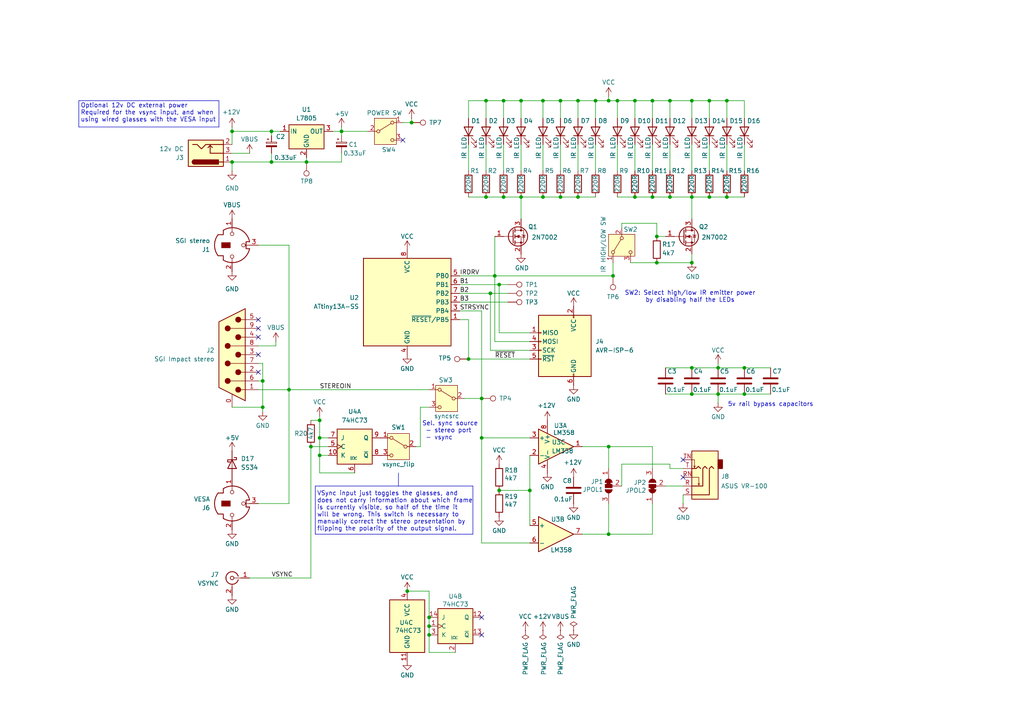
<source format=kicad_sch>
(kicad_sch (version 20231120) (generator "eeschema") (generator_version "8.0")
  (paper "A4")
  (title_block (title "LC shutter glasses interface") (date "2025-03-27") (rev "1") (comment 1 "License: GNU General Public License v3 (or later)") (comment 2 "Copyright © 2015 John Tsiombikas <nuclear@mutantstargoat.com>"))
  (junction (at 190.5 68.58))
  (junction (at 124.46 181.61))
  (junction (at 208.28 114.3))
  (junction (at 210.82 29.21))
  (junction (at 140.97 57.15))
  (junction (at 189.23 29.21))
  (junction (at 67.31 38.1))
  (junction (at 153.67 142.24))
  (junction (at 143.51 80.01))
  (junction (at 139.7 127))
  (junction (at 194.31 29.21))
  (junction (at 92.71 127))
  (junction (at 205.74 57.15))
  (junction (at 146.05 57.15))
  (junction (at 78.74 38.1))
  (junction (at 135.89 104.14))
  (junction (at 67.31 46.99))
  (junction (at 208.28 106.68))
  (junction (at 83.82 113.03))
  (junction (at 151.13 29.21))
  (junction (at 184.15 29.21))
  (junction (at 167.64 57.15))
  (junction (at 194.31 57.15))
  (junction (at 210.82 57.15))
  (junction (at 140.97 29.21))
  (junction (at 144.78 82.55))
  (junction (at 139.7 115.57))
  (junction (at 151.13 57.15))
  (junction (at 99.06 38.1))
  (junction (at 200.66 114.3))
  (junction (at 200.66 29.21))
  (junction (at 76.2 118.11))
  (junction (at 157.48 57.15))
  (junction (at 215.9 106.68))
  (junction (at 176.53 129.54))
  (junction (at 162.56 29.21))
  (junction (at 190.5 76.2))
  (junction (at 176.53 29.21))
  (junction (at 179.07 29.21))
  (junction (at 142.24 85.09))
  (junction (at 176.53 154.94))
  (junction (at 119.38 35.56))
  (junction (at 90.17 129.54))
  (junction (at 157.48 29.21))
  (junction (at 200.66 76.2))
  (junction (at 144.78 142.24))
  (junction (at 92.71 132.08))
  (junction (at 200.66 57.15))
  (junction (at 76.2 110.49))
  (junction (at 189.23 57.15))
  (junction (at 200.66 106.68))
  (junction (at 92.71 121.92))
  (junction (at 172.72 29.21))
  (junction (at 146.05 29.21))
  (junction (at 124.46 184.15))
  (junction (at 118.11 171.45))
  (junction (at 124.46 179.07))
  (junction (at 167.64 29.21))
  (junction (at 205.74 29.21))
  (junction (at 215.9 114.3))
  (junction (at 162.56 57.15))
  (junction (at 184.15 57.15))
  (junction (at 88.9 46.99))
  (junction (at 177.8 80.01))
  (junction (at 78.74 46.99))
  (no_connect (at 198.12 133.35))
  (no_connect (at 74.93 102.87))
  (no_connect (at 116.84 40.64))
  (no_connect (at 139.7 184.15))
  (no_connect (at 139.7 179.07))
  (no_connect (at 74.93 97.79))
  (no_connect (at 74.93 92.71))
  (no_connect (at 198.12 138.43))
  (no_connect (at 74.93 95.25))
  (no_connect (at 74.93 107.95))
  (wire (pts (xy 200.66 41.91) (xy 200.66 49.53)))
  (wire (pts (xy 168.91 129.54) (xy 176.53 129.54)))
  (wire (pts (xy 140.97 29.21) (xy 140.97 34.29)))
  (wire (pts (xy 200.66 106.68) (xy 208.28 106.68)))
  (wire (pts (xy 124.46 179.07) (xy 124.46 181.61)))
  (wire (pts (xy 210.82 29.21) (xy 215.9 29.21)))
  (wire (pts (xy 176.53 154.94) (xy 176.53 146.05)))
  (wire (pts (xy 67.31 46.99) (xy 67.31 49.53)))
  (wire (pts (xy 210.82 57.15) (xy 215.9 57.15)))
  (wire (pts (xy 153.67 99.06) (xy 143.51 99.06)))
  (wire (pts (xy 142.24 101.6) (xy 142.24 85.09)))
  (wire (pts (xy 121.92 118.11) (xy 124.46 118.11)))
  (wire (pts (xy 116.84 35.56) (xy 119.38 35.56)))
  (wire (pts (xy 198.12 143.51) (xy 198.12 146.05)))
  (wire (pts (xy 96.52 38.1) (xy 99.06 38.1)))
  (wire (pts (xy 180.34 64.77) (xy 190.5 64.77)))
  (wire (pts (xy 189.23 57.15) (xy 194.31 57.15)))
  (wire (pts (xy 139.7 90.17) (xy 139.7 115.57)))
  (wire (pts (xy 76.2 110.49) (xy 76.2 105.41)))
  (wire (pts (xy 194.31 134.62) (xy 194.31 135.89)))
  (wire (pts (xy 92.71 132.08) (xy 92.71 127)))
  (wire (pts (xy 143.51 80.01) (xy 177.8 80.01)))
  (wire (pts (xy 189.23 29.21) (xy 189.23 34.29)))
  (wire (pts (xy 99.06 38.1) (xy 99.06 39.37)))
  (wire (pts (xy 74.93 113.03) (xy 83.82 113.03)))
  (wire (pts (xy 124.46 171.45) (xy 124.46 179.07)))
  (wire (pts (xy 67.31 38.1) (xy 78.74 38.1)))
  (wire (pts (xy 162.56 57.15) (xy 167.64 57.15)))
  (wire (pts (xy 142.24 85.09) (xy 147.32 85.09)))
  (wire (pts (xy 99.06 38.1) (xy 99.06 36.83)))
  (wire (pts (xy 78.74 38.1) (xy 81.28 38.1)))
  (wire (pts (xy 208.28 105.41) (xy 208.28 106.68)))
  (wire (pts (xy 140.97 29.21) (xy 146.05 29.21)))
  (wire (pts (xy 67.31 38.1) (xy 67.31 41.91)))
  (wire (pts (xy 135.89 29.21) (xy 135.89 34.29)))
  (wire (pts (xy 135.89 57.15) (xy 140.97 57.15)))
  (wire (pts (xy 176.53 27.94) (xy 176.53 29.21)))
  (wire (pts (xy 90.17 121.92) (xy 92.71 121.92)))
  (wire (pts (xy 182.88 76.2) (xy 190.5 76.2)))
  (wire (pts (xy 74.93 100.33) (xy 80.01 100.33)))
  (wire (pts (xy 67.31 118.11) (xy 76.2 118.11)))
  (wire (pts (xy 95.25 132.08) (xy 92.71 132.08)))
  (wire (pts (xy 74.93 146.05) (xy 83.82 146.05)))
  (wire (pts (xy 189.23 29.21) (xy 194.31 29.21)))
  (wire (pts (xy 120.65 129.54) (xy 121.92 129.54)))
  (wire (pts (xy 176.53 154.94) (xy 189.23 154.94)))
  (wire (pts (xy 215.9 114.3) (xy 223.52 114.3)))
  (wire (pts (xy 139.7 127) (xy 153.67 127)))
  (polyline (pts (xy 91.44 140.97) (xy 92.71 140.97)))
  (wire (pts (xy 210.82 29.21) (xy 210.82 34.29)))
  (wire (pts (xy 83.82 71.12) (xy 83.82 113.03)))
  (wire (pts (xy 92.71 121.92) (xy 92.71 127)))
  (polyline (pts (xy 91.44 154.94) (xy 91.44 140.97)))
  (wire (pts (xy 67.31 46.99) (xy 78.74 46.99)))
  (wire (pts (xy 189.23 129.54) (xy 189.23 135.89)))
  (wire (pts (xy 134.62 115.57) (xy 139.7 115.57)))
  (wire (pts (xy 153.67 101.6) (xy 142.24 101.6)))
  (wire (pts (xy 162.56 29.21) (xy 162.56 34.29)))
  (wire (pts (xy 180.34 140.97) (xy 180.34 134.62)))
  (wire (pts (xy 143.51 80.01) (xy 143.51 99.06)))
  (wire (pts (xy 83.82 71.12) (xy 74.93 71.12)))
  (wire (pts (xy 135.89 29.21) (xy 140.97 29.21)))
  (wire (pts (xy 76.2 110.49) (xy 76.2 118.11)))
  (wire (pts (xy 119.38 34.29) (xy 119.38 35.56)))
  (wire (pts (xy 142.24 85.09) (xy 133.35 85.09)))
  (wire (pts (xy 139.7 115.57) (xy 139.7 127)))
  (wire (pts (xy 205.74 29.21) (xy 210.82 29.21)))
  (wire (pts (xy 193.04 140.97) (xy 198.12 140.97)))
  (wire (pts (xy 200.66 114.3) (xy 208.28 114.3)))
  (wire (pts (xy 179.07 57.15) (xy 184.15 57.15)))
  (wire (pts (xy 78.74 46.99) (xy 88.9 46.99)))
  (wire (pts (xy 200.66 57.15) (xy 194.31 57.15)))
  (wire (pts (xy 67.31 36.83) (xy 67.31 38.1)))
  (wire (pts (xy 205.74 57.15) (xy 210.82 57.15)))
  (wire (pts (xy 215.9 41.91) (xy 215.9 49.53)))
  (wire (pts (xy 74.93 110.49) (xy 76.2 110.49)))
  (wire (pts (xy 162.56 29.21) (xy 167.64 29.21)))
  (wire (pts (xy 151.13 57.15) (xy 151.13 63.5)))
  (wire (pts (xy 140.97 41.91) (xy 140.97 49.53)))
  (wire (pts (xy 210.82 41.91) (xy 210.82 49.53)))
  (wire (pts (xy 99.06 38.1) (xy 106.68 38.1)))
  (wire (pts (xy 205.74 41.91) (xy 205.74 49.53)))
  (wire (pts (xy 147.32 82.55) (xy 144.78 82.55)))
  (wire (pts (xy 124.46 189.23) (xy 132.08 189.23)))
  (wire (pts (xy 88.9 45.72) (xy 88.9 46.99)))
  (wire (pts (xy 140.97 57.15) (xy 146.05 57.15)))
  (wire (pts (xy 78.74 44.45) (xy 78.74 46.99)))
  (wire (pts (xy 144.78 82.55) (xy 133.35 82.55)))
  (wire (pts (xy 151.13 29.21) (xy 151.13 34.29)))
  (wire (pts (xy 124.46 171.45) (xy 118.11 171.45)))
  (wire (pts (xy 146.05 29.21) (xy 151.13 29.21)))
  (polyline (pts (xy 137.16 154.94) (xy 91.44 154.94)))
  (wire (pts (xy 102.87 137.16) (xy 92.71 137.16)))
  (wire (pts (xy 172.72 29.21) (xy 176.53 29.21)))
  (wire (pts (xy 205.74 29.21) (xy 205.74 34.29)))
  (wire (pts (xy 167.64 41.91) (xy 167.64 49.53)))
  (wire (pts (xy 194.31 135.89) (xy 198.12 135.89)))
  (wire (pts (xy 193.04 106.68) (xy 200.66 106.68)))
  (wire (pts (xy 176.53 129.54) (xy 189.23 129.54)))
  (wire (pts (xy 168.91 154.94) (xy 176.53 154.94)))
  (wire (pts (xy 200.66 57.15) (xy 200.66 63.5)))
  (wire (pts (xy 194.31 41.91) (xy 194.31 49.53)))
  (wire (pts (xy 92.71 127) (xy 95.25 127)))
  (wire (pts (xy 151.13 41.91) (xy 151.13 49.53)))
  (wire (pts (xy 157.48 57.15) (xy 162.56 57.15)))
  (wire (pts (xy 157.48 29.21) (xy 157.48 34.29)))
  (wire (pts (xy 184.15 41.91) (xy 184.15 49.53)))
  (wire (pts (xy 92.71 137.16) (xy 92.71 132.08)))
  (wire (pts (xy 180.34 134.62) (xy 194.31 134.62)))
  (wire (pts (xy 153.67 96.52) (xy 144.78 96.52)))
  (wire (pts (xy 162.56 41.91) (xy 162.56 49.53)))
  (wire (pts (xy 208.28 114.3) (xy 208.28 116.84)))
  (wire (pts (xy 189.23 57.15) (xy 184.15 57.15)))
  (wire (pts (xy 146.05 29.21) (xy 146.05 34.29)))
  (wire (pts (xy 190.5 68.58) (xy 193.04 68.58)))
  (wire (pts (xy 200.66 29.21) (xy 200.66 34.29)))
  (wire (pts (xy 76.2 118.11) (xy 76.2 119.38)))
  (wire (pts (xy 180.34 66.04) (xy 180.34 64.77)))
  (wire (pts (xy 90.17 129.54) (xy 95.25 129.54)))
  (wire (pts (xy 179.07 29.21) (xy 179.07 34.29)))
  (wire (pts (xy 92.71 120.65) (xy 92.71 121.92)))
  (wire (pts (xy 193.04 114.3) (xy 200.66 114.3)))
  (polyline (pts (xy 63.5 29.21) (xy 63.5 36.83)))
  (wire (pts (xy 83.82 113.03) (xy 124.46 113.03)))
  (wire (pts (xy 121.92 129.54) (xy 121.92 118.11)))
  (wire (pts (xy 133.35 80.01) (xy 143.51 80.01)))
  (wire (pts (xy 172.72 29.21) (xy 172.72 34.29)))
  (wire (pts (xy 80.01 99.06) (xy 80.01 100.33)))
  (wire (pts (xy 190.5 76.2) (xy 200.66 76.2)))
  (wire (pts (xy 157.48 41.91) (xy 157.48 49.53)))
  (wire (pts (xy 176.53 29.21) (xy 179.07 29.21)))
  (wire (pts (xy 215.9 106.68) (xy 223.52 106.68)))
  (wire (pts (xy 72.39 44.45) (xy 67.31 44.45)))
  (polyline (pts (xy 63.5 36.83) (xy 22.86 36.83)))
  (wire (pts (xy 146.05 41.91) (xy 146.05 49.53)))
  (wire (pts (xy 153.67 104.14) (xy 135.89 104.14)))
  (wire (pts (xy 200.66 57.15) (xy 205.74 57.15)))
  (wire (pts (xy 167.64 29.21) (xy 172.72 29.21)))
  (wire (pts (xy 135.89 92.71) (xy 133.35 92.71)))
  (polyline (pts (xy 92.71 140.97) (xy 137.16 140.97)))
  (wire (pts (xy 143.51 68.58) (xy 143.51 80.01)))
  (wire (pts (xy 189.23 154.94) (xy 189.23 146.05)))
  (wire (pts (xy 208.28 106.68) (xy 215.9 106.68)))
  (wire (pts (xy 208.28 114.3) (xy 215.9 114.3)))
  (wire (pts (xy 76.2 105.41) (xy 74.93 105.41)))
  (wire (pts (xy 144.78 96.52) (xy 144.78 82.55)))
  (wire (pts (xy 83.82 146.05) (xy 83.82 113.03)))
  (wire (pts (xy 153.67 142.24) (xy 153.67 152.4)))
  (wire (pts (xy 144.78 142.24) (xy 153.67 142.24)))
  (wire (pts (xy 124.46 181.61) (xy 124.46 184.15)))
  (polyline (pts (xy 22.86 29.21) (xy 22.86 36.83)))
  (wire (pts (xy 151.13 57.15) (xy 157.48 57.15)))
  (wire (pts (xy 176.53 129.54) (xy 176.53 135.89)))
  (wire (pts (xy 194.31 29.21) (xy 194.31 34.29)))
  (wire (pts (xy 172.72 41.91) (xy 172.72 49.53)))
  (wire (pts (xy 200.66 76.2) (xy 200.66 73.66)))
  (wire (pts (xy 179.07 41.91) (xy 179.07 49.53)))
  (wire (pts (xy 146.05 57.15) (xy 151.13 57.15)))
  (wire (pts (xy 184.15 29.21) (xy 184.15 34.29)))
  (wire (pts (xy 135.89 104.14) (xy 135.89 92.71)))
  (wire (pts (xy 200.66 29.21) (xy 205.74 29.21)))
  (polyline (pts (xy 22.86 29.21) (xy 63.5 29.21)))
  (wire (pts (xy 189.23 41.91) (xy 189.23 49.53)))
  (wire (pts (xy 124.46 184.15) (xy 124.46 189.23)))
  (wire (pts (xy 90.17 167.64) (xy 90.17 129.54)))
  (wire (pts (xy 78.74 38.1) (xy 78.74 39.37)))
  (wire (pts (xy 167.64 29.21) (xy 167.64 34.29)))
  (wire (pts (xy 135.89 41.91) (xy 135.89 49.53)))
  (wire (pts (xy 99.06 46.99) (xy 99.06 44.45)))
  (wire (pts (xy 139.7 127) (xy 139.7 157.48)))
  (wire (pts (xy 139.7 90.17) (xy 133.35 90.17)))
  (wire (pts (xy 184.15 29.21) (xy 189.23 29.21)))
  (wire (pts (xy 151.13 29.21) (xy 157.48 29.21)))
  (wire (pts (xy 88.9 46.99) (xy 99.06 46.99)))
  (wire (pts (xy 177.8 76.2) (xy 177.8 80.01)))
  (wire (pts (xy 153.67 142.24) (xy 153.67 132.08)))
  (wire (pts (xy 194.31 29.21) (xy 200.66 29.21)))
  (polyline (pts (xy 115.57 137.16) (xy 115.57 140.97)))
  (polyline (pts (xy 137.16 140.97) (xy 137.16 154.94)))
  (wire (pts (xy 139.7 157.48) (xy 153.67 157.48)))
  (wire (pts (xy 215.9 29.21) (xy 215.9 34.29)))
  (wire (pts (xy 190.5 64.77) (xy 190.5 68.58)))
  (wire (pts (xy 157.48 29.21) (xy 162.56 29.21)))
  (wire (pts (xy 133.35 87.63) (xy 147.32 87.63)))
  (wire (pts (xy 179.07 29.21) (xy 184.15 29.21)))
  (wire (pts (xy 72.39 167.64) (xy 90.17 167.64)))
  (wire (pts (xy 167.64 57.15) (xy 172.72 57.15)))
  (text "Optional 12v DC external power\nRequired for the vsync input, and when\nusing wired glasses with the VESA input" (at 23.368 32.766 0) (effects (font (size 1.27 1.27)) (justify left)))
  (text "Sel. sync source\n - stereo port\n - vsync" (at 122.428 124.968 0) (effects (font (size 1.27 1.27)) (justify left)))
  (text "VSync input just toggles the glasses, and\ndoes not carry information about which frame\nis currently visible, so half of the time it\nwill be wrong. This switch is necessary to\nmanually correct the stereo presentation by\nflipping the polarity of the output signal." (at 91.948 148.336 0) (effects (font (size 1.27 1.27)) (justify left)))
  (text "SW2: Select high/low IR emitter power\nby disabling half the LEDs" (at 200.152 86.106 0) (effects (font (size 1.27 1.27))))
  (text "5v rail bypass capacitors" (at 211.074 117.348 0) (effects (font (size 1.27 1.27)) (justify left)))
  (label "~{RESET}" (at 143.51 104.14 0))
  (label "STEREOIN" (at 92.71 113.03 0))
  (label "B3" (at 133.35 87.63 0))
  (label "B1" (at 133.35 82.55 0))
  (label "STRSYNC" (at 133.35 90.17 0))
  (label "VSYNC" (at 78.74 167.64 0))
  (label "IRDRV" (at 133.35 80.01 0))
  (label "B2" (at 133.35 85.09 0))
  (symbol (lib_id "Device:LED") (at 205.74 38.1 90) (unit 1)
    (property "Reference" "D14" (at 206.502 35.052 90) (effects (justify right)))
    (property "Value" "IR LED" (at 204.47 39.624 0) (effects (justify right)))
    (property "Footprint" "LED_THT:LED_D3.0mm_Horizontal_O1.27mm_Z2.0mm" (effects (hide yes)))
    (property "Description" "Light emitting diode" (effects (hide yes)))
  )
  (symbol (lib_id "Device:LED") (at 146.05 38.1 90) (unit 1)
    (property "Reference" "D3" (at 146.812 35.052 90) (effects (justify right)))
    (property "Value" "IR LED" (at 144.78 39.624 0) (effects (justify right)))
    (property "Footprint" "LED_THT:LED_D3.0mm_Horizontal_O1.27mm_Z2.0mm" (effects (hide yes)))
    (property "Description" "Light emitting diode" (effects (hide yes)))
  )
  (symbol (lib_id "Device:R") (at 151.13 53.34 0) (unit 1)
    (property "Reference" "R4" (at 151.638 49.53 0) (effects (justify left)))
    (property "Value" "220R" (at 151.13 55.88 90) (effects (justify left)))
    (property "Footprint" "Resistor_SMD:R_0805_2012Metric_Pad1.20x1.40mm_HandSolder" (effects (hide yes)))
    (property "Description" "Resistor" (effects (hide yes)))
  )
  (symbol (lib_id "Device:R") (at 135.89 53.34 0) (unit 1)
    (property "Reference" "R1" (at 136.398 49.53 0) (effects (justify left)))
    (property "Value" "220R" (at 135.89 55.88 90) (effects (justify left)))
    (property "Footprint" "Resistor_SMD:R_0805_2012Metric_Pad1.20x1.40mm_HandSolder" (effects (hide yes)))
    (property "Description" "Resistor" (effects (hide yes)))
  )
  (symbol (lib_id "power:GND") (at 67.31 49.53 0) (unit 1)
    (property "Reference" "#PWR07" (effects (hide yes)))
    (property "Value" "GND" (at 67.31 54.61 0))
    (property "Description" "Power symbol creates a global label with name \"GND\" , ground" (effects (hide yes)))
  )
  (symbol (lib_id "power:+12V") (at 67.31 36.83 0) (unit 1)
    (property "Reference" "#PWR05" (effects (hide yes)))
    (property "Value" "+12V" (at 67.056 32.512 0))
    (property "Description" "Power symbol creates a global label with name \"+12V\"" (effects (hide yes)))
  )
  (symbol (lib_id "power:VCC") (at 118.11 72.39 0) (unit 1)
    (property "Reference" "#PWR09" (effects (hide yes)))
    (property "Value" "VCC" (at 118.11 68.58 0))
    (property "Description" "Power symbol creates a global label with name \"VCC\"" (effects (hide yes)))
  )
  (symbol (lib_id "power:VCC") (at 92.71 120.65 0) (unit 1)
    (property "Reference" "#PWR018" (effects (hide yes)))
    (property "Value" "VCC" (at 92.71 116.586 0))
    (property "Description" "Power symbol creates a global label with name \"VCC\"" (effects (hide yes)))
  )
  (symbol (lib_id "power:GND") (at 158.75 137.16 0) (unit 1)
    (property "Reference" "#PWR020" (effects (hide yes)))
    (property "Value" "GND" (at 158.75 141.224 0))
    (property "Description" "Power symbol creates a global label with name \"GND\" , ground" (effects (hide yes)))
  )
  (symbol (lib_id "power:GND") (at 67.31 78.74 0) (unit 1)
    (property "Reference" "#PWR02" (effects (hide yes)))
    (property "Value" "GND" (at 67.31 83.82 0))
    (property "Description" "Power symbol creates a global label with name \"GND\" , ground" (effects (hide yes)))
  )
  (symbol (lib_id "Device:LED") (at 151.13 38.1 90) (unit 1)
    (property "Reference" "D4" (at 151.892 35.052 90) (effects (justify right)))
    (property "Value" "IR LED" (at 149.86 39.624 0) (effects (justify right)))
    (property "Footprint" "LED_THT:LED_D3.0mm_Horizontal_O1.27mm_Z2.0mm" (effects (hide yes)))
    (property "Description" "Light emitting diode" (effects (hide yes)))
  )
  (symbol (lib_id "power:GND") (at 76.2 119.38 0) (unit 1)
    (property "Reference" "#PWR03" (effects (hide yes)))
    (property "Value" "GND" (at 76.2 123.444 0))
    (property "Description" "Power symbol creates a global label with name \"GND\" , ground" (effects (hide yes)))
  )
  (symbol (lib_id "Device:C") (at 200.66 110.49 0) (unit 1)
    (property "Reference" "C4" (at 201.168 107.696 0) (effects (justify left)))
    (property "Value" "0.1uF" (at 200.914 113.03 0) (effects (justify left)))
    (property "Footprint" "Capacitor_SMD:C_0805_2012Metric_Pad1.18x1.45mm_HandSolder" (effects (hide yes)))
    (property "Description" "Unpolarized capacitor" (effects (hide yes)))
  )
  (symbol (lib_id "Device:R") (at 200.66 53.34 0) (unit 1)
    (property "Reference" "R13" (at 201.168 49.53 0) (effects (justify left)))
    (property "Value" "220R" (at 200.66 55.88 90) (effects (justify left)))
    (property "Footprint" "Resistor_SMD:R_0805_2012Metric_Pad1.20x1.40mm_HandSolder" (effects (hide yes)))
    (property "Description" "Resistor" (effects (hide yes)))
  )
  (symbol (lib_id "Switch:SW_SPDT") (at 129.54 115.57 0) (mirror y) (unit 1)
    (property "Reference" "SW3" (at 129.286 110.236 0))
    (property "Value" "syncsrc" (at 129.54 120.65 0))
    (property "Footprint" "Button_Switch_THT:SW_Slide_SPDT_Straight_CK_OS102011MS2Q" (effects (hide yes)))
    (property "Description" "Switch, single pole double throw" (effects (hide yes)))
  )
  (symbol (lib_id "power:VCC") (at 118.11 171.45 0) (unit 1)
    (property "Reference" "#PWR033" (effects (hide yes)))
    (property "Value" "VCC" (at 118.11 167.386 0))
    (property "Description" "Power symbol creates a global label with name \"VCC\"" (effects (hide yes)))
  )
  (symbol (lib_id "power:VBUS") (at 67.31 63.5 0) (unit 1)
    (property "Reference" "#PWR04" (effects (hide yes)))
    (property "Value" "VBUS" (at 67.31 59.436 0))
    (property "Description" "Power symbol creates a global label with name \"VBUS\"" (effects (hide yes)))
  )
  (symbol (lib_id "power:GND") (at 151.13 73.66 0) (unit 1)
    (property "Reference" "#PWR011" (effects (hide yes)))
    (property "Value" "GND" (at 151.384 77.724 0))
    (property "Description" "Power symbol creates a global label with name \"GND\" , ground" (effects (hide yes)))
  )
  (symbol (lib_id "power:GND") (at 166.37 182.88 0) (unit 1)
    (property "Reference" "#PWR031" (effects (hide yes)))
    (property "Value" "GND" (at 166.37 186.944 0))
    (property "Description" "Power symbol creates a global label with name \"GND\" , ground" (effects (hide yes)))
  )
  (symbol (lib_id "power:VCC") (at 152.4 182.88 0) (unit 1)
    (property "Reference" "#PWR036" (effects (hide yes)))
    (property "Value" "VCC" (at 152.4 178.816 0))
    (property "Description" "Power symbol creates a global label with name \"VCC\"" (effects (hide yes)))
  )
  (symbol (lib_id "Amplifier_Operational:LM358") (at 161.29 129.54 0) (unit 3)
    (property "Reference" "U3" (at 160.02 128.2699 0) (effects (justify left)))
    (property "Value" "LM358" (at 160.02 130.8099 0) (effects (justify left)))
    (property "Footprint" "Package_SO:SOIC-8_3.9x4.9mm_P1.27mm" (effects (hide yes)))
    (property "Datasheet" "http://www.ti.com/lit/ds/symlink/lm2904-n.pdf" (effects (hide yes)))
    (property "Description" "Low-Power, Dual Operational Amplifiers, DIP-8/SOIC-8/TO-99-8" (effects (hide yes)))
  )
  (symbol (lib_id "Device:LED") (at 135.89 38.1 90) (unit 1)
    (property "Reference" "D1" (at 136.652 35.052 90) (effects (justify right)))
    (property "Value" "IR LED" (at 134.62 39.624 0) (effects (justify right)))
    (property "Footprint" "LED_THT:LED_D3.0mm_Horizontal_O1.27mm_Z2.0mm" (effects (hide yes)))
    (property "Description" "Light emitting diode" (effects (hide yes)))
  )
  (symbol (lib_id "power:VCC") (at 208.28 105.41 0) (unit 1)
    (property "Reference" "#PWR026" (effects (hide yes)))
    (property "Value" "VCC" (at 208.28 101.6 0))
    (property "Description" "Power symbol creates a global label with name \"VCC\"" (effects (hide yes)))
  )
  (symbol (lib_id "Device:R") (at 210.82 53.34 0) (unit 1)
    (property "Reference" "R15" (at 211.328 49.53 0) (effects (justify left)))
    (property "Value" "220R" (at 210.82 55.88 90) (effects (justify left)))
    (property "Footprint" "Resistor_SMD:R_0805_2012Metric_Pad1.20x1.40mm_HandSolder" (effects (hide yes)))
    (property "Description" "Resistor" (effects (hide yes)))
  )
  (symbol (lib_id "power:PWR_FLAG") (at 157.48 182.88 180) (unit 1)
    (property "Reference" "#FLG01" (effects (hide yes)))
    (property "Value" "PWR_FLAG" (at 157.734 191.008 90))
    (property "Description" "Special symbol for telling ERC where power comes from" (effects (hide yes)))
  )
  (symbol (lib_id "power:+5V") (at 67.31 130.81 0) (unit 1)
    (property "Reference" "#PWR032" (effects (hide yes)))
    (property "Value" "+5V" (at 67.31 127 0))
    (property "Description" "Power symbol creates a global label with name \"+5V\"" (effects (hide yes)))
  )
  (symbol (lib_id "power:GND") (at 118.11 102.87 0) (unit 1)
    (property "Reference" "#PWR010" (effects (hide yes)))
    (property "Value" "GND" (at 118.11 106.934 0))
    (property "Description" "Power symbol creates a global label with name \"GND\" , ground" (effects (hide yes)))
  )
  (symbol (lib_id "Device:R") (at 194.31 53.34 0) (unit 1)
    (property "Reference" "R12" (at 194.818 49.53 0) (effects (justify left)))
    (property "Value" "220R" (at 194.31 55.88 90) (effects (justify left)))
    (property "Footprint" "Resistor_SMD:R_0805_2012Metric_Pad1.20x1.40mm_HandSolder" (effects (hide yes)))
    (property "Description" "Resistor" (effects (hide yes)))
  )
  (symbol (lib_id "Device:R") (at 167.64 53.34 0) (unit 1)
    (property "Reference" "R7" (at 168.148 49.53 0) (effects (justify left)))
    (property "Value" "220R" (at 167.64 55.88 90) (effects (justify left)))
    (property "Footprint" "Resistor_SMD:R_0805_2012Metric_Pad1.20x1.40mm_HandSolder" (effects (hide yes)))
    (property "Description" "Resistor" (effects (hide yes)))
  )
  (symbol (lib_id "power:PWR_FLAG") (at 152.4 182.88 180) (unit 1)
    (property "Reference" "#FLG05" (effects (hide yes)))
    (property "Value" "PWR_FLAG" (at 152.4 191.008 90))
    (property "Description" "Special symbol for telling ERC where power comes from" (effects (hide yes)))
  )
  (symbol (lib_id "Transistor_FET:2N7002") (at 148.59 68.58 0) (unit 1)
    (property "Reference" "Q1" (at 153.162 65.786 0) (effects (justify left)))
    (property "Value" "2N7002" (at 154.178 68.834 0) (effects (justify left)))
    (property "Footprint" "Package_TO_SOT_SMD:SOT-23" (effects (hide yes)))
    (property "Datasheet" "https://www.onsemi.com/pub/Collateral/NDS7002A-D.PDF" (effects (hide yes)))
    (property "Description" "0.115A Id, 60V Vds, N-Channel MOSFET, SOT-23" (effects (hide yes)))
  )
  (symbol (lib_id "Device:R") (at 205.74 53.34 0) (unit 1)
    (property "Reference" "R14" (at 206.248 49.53 0) (effects (justify left)))
    (property "Value" "220R" (at 205.74 55.88 90) (effects (justify left)))
    (property "Footprint" "Resistor_SMD:R_0805_2012Metric_Pad1.20x1.40mm_HandSolder" (effects (hide yes)))
    (property "Description" "Resistor" (effects (hide yes)))
  )
  (symbol (lib_id "Connector:Mini-DIN-3") (at 67.31 146.05 270) (mirror x) (unit 1)
    (property "Reference" "J6" (at 60.96 147.3024 90) (effects (justify right)))
    (property "Value" "VESA" (at 60.96 144.7624 90) (effects (justify right)))
    (property "Footprint" "3dglassbox:minidin3" (effects (hide yes)))
    (property "Datasheet" "http://www.assmann-wsw.com/fileadmin/catalogue/10_MiniDIN_rev4-0.pdf" (effects (hide yes)))
    (property "Description" "3-pin Mini-DIN connector" (effects (hide yes)))
  )
  (symbol (lib_id "Device:LED") (at 140.97 38.1 90) (unit 1)
    (property "Reference" "D2" (at 141.732 35.052 90) (effects (justify right)))
    (property "Value" "IR LED" (at 139.7 39.624 0) (effects (justify right)))
    (property "Footprint" "LED_THT:LED_D3.0mm_Horizontal_O1.27mm_Z2.0mm" (effects (hide yes)))
    (property "Description" "Light emitting diode" (effects (hide yes)))
  )
  (symbol (lib_id "Connector:Barrel_Jack_Switch") (at 59.69 44.45 0) (mirror x) (unit 1)
    (property "Reference" "J3" (at 53.34 45.7201 0) (effects (justify right)))
    (property "Value" "12v DC" (at 53.34 43.1801 0) (effects (justify right)))
    (property "Footprint" "Connector_BarrelJack:BarrelJack_Horizontal" (effects (hide yes)))
    (property "Description" "DC Barrel Jack with an internal switch" (effects (hide yes)))
  )
  (symbol (lib_id "Device:C_Polarized_Small") (at 78.74 41.91 0) (unit 1)
    (property "Reference" "C2" (at 80.01 39.624 0) (effects (justify left)))
    (property "Value" "0.33uF" (at 79.502 45.72 0) (effects (justify left)))
    (property "Footprint" "Capacitor_SMD:CP_Elec_4x5.4" (effects (hide yes)))
    (property "Description" "Polarized capacitor, small symbol" (effects (hide yes)))
  )
  (symbol (lib_id "MCU_Microchip_ATtiny:ATtiny13A-SS") (at 118.11 87.63 0) (unit 1)
    (property "Reference" "U2" (at 104.14 86.3599 0) (effects (justify right)))
    (property "Value" "ATtiny13A-SS" (at 104.14 88.8999 0) (effects (justify right)))
    (property "Footprint" "Package_SO:SOIC-8_3.9x4.9mm_P1.27mm" (effects (hide yes)))
    (property "Datasheet" "http://ww1.microchip.com/downloads/en/DeviceDoc/doc8126.pdf" (effects (hide yes)))
    (property "Description" "20MHz, 1kB Flash, 64B SRAM, 64B EEPROM, debugWIRE, SOIC-8" (effects (hide yes)))
  )
  (symbol (lib_id "power:VBUS") (at 80.01 99.06 0) (unit 1)
    (property "Reference" "#PWR06" (effects (hide yes)))
    (property "Value" "VBUS" (at 80.01 94.996 0))
    (property "Description" "Power symbol creates a global label with name \"VBUS\"" (effects (hide yes)))
  )
  (symbol (lib_id "Device:LED") (at 162.56 38.1 90) (unit 1)
    (property "Reference" "D6" (at 163.322 35.052 90) (effects (justify right)))
    (property "Value" "IR LED" (at 161.29 39.624 0) (effects (justify right)))
    (property "Footprint" "LED_THT:LED_D3.0mm_Horizontal_O1.27mm_Z2.0mm" (effects (hide yes)))
    (property "Description" "Light emitting diode" (effects (hide yes)))
  )
  (symbol (lib_id "Device:R") (at 140.97 53.34 0) (unit 1)
    (property "Reference" "R2" (at 141.478 49.53 0) (effects (justify left)))
    (property "Value" "220R" (at 140.97 55.88 90) (effects (justify left)))
    (property "Footprint" "Resistor_SMD:R_0805_2012Metric_Pad1.20x1.40mm_HandSolder" (effects (hide yes)))
    (property "Description" "Resistor" (effects (hide yes)))
  )
  (symbol (lib_id "power:VCC") (at 144.78 134.62 0) (unit 1)
    (property "Reference" "#PWR022" (effects (hide yes)))
    (property "Value" "VCC" (at 144.78 130.556 0))
    (property "Description" "Power symbol creates a global label with name \"VCC\"" (effects (hide yes)))
  )
  (symbol (lib_id "power:GND") (at 208.28 116.84 0) (unit 1)
    (property "Reference" "#PWR025" (effects (hide yes)))
    (property "Value" "GND" (at 208.28 120.904 0))
    (property "Description" "Power symbol creates a global label with name \"GND\" , ground" (effects (hide yes)))
  )
  (symbol (lib_id "Device:R") (at 179.07 53.34 0) (unit 1)
    (property "Reference" "R9" (at 179.578 49.53 0) (effects (justify left)))
    (property "Value" "220R" (at 179.07 55.88 90) (effects (justify left)))
    (property "Footprint" "Resistor_SMD:R_0805_2012Metric_Pad1.20x1.40mm_HandSolder" (effects (hide yes)))
    (property "Description" "Resistor" (effects (hide yes)))
  )
  (symbol (lib_id "power:+12V") (at 166.37 138.43 0) (unit 1)
    (property "Reference" "#PWR027" (effects (hide yes)))
    (property "Value" "+12V" (at 166.116 134.112 0))
    (property "Description" "Power symbol creates a global label with name \"+12V\"" (effects (hide yes)))
  )
  (symbol (lib_id "power:VBUS") (at 72.39 44.45 0) (unit 1)
    (property "Reference" "#PWR01" (effects (hide yes)))
    (property "Value" "VBUS" (at 72.39 40.386 0))
    (property "Description" "Power symbol creates a global label with name \"VBUS\"" (effects (hide yes)))
  )
  (symbol (lib_id "Device:R") (at 146.05 53.34 0) (unit 1)
    (property "Reference" "R3" (at 146.558 49.53 0) (effects (justify left)))
    (property "Value" "220R" (at 146.05 55.88 90) (effects (justify left)))
    (property "Footprint" "Resistor_SMD:R_0805_2012Metric_Pad1.20x1.40mm_HandSolder" (effects (hide yes)))
    (property "Description" "Resistor" (effects (hide yes)))
  )
  (symbol (lib_id "power:PWR_FLAG") (at 166.37 182.88 0) (unit 1)
    (property "Reference" "#FLG03" (effects (hide yes)))
    (property "Value" "PWR_FLAG" (at 166.37 174.752 90))
    (property "Description" "Special symbol for telling ERC where power comes from" (effects (hide yes)))
  )
  (symbol (lib_id "Connector:TestPoint") (at 147.32 85.09 270) (unit 1)
    (property "Reference" "TP2" (at 152.4 85.0899 90) (effects (justify left)))
    (property "Value" "TestPoint" (effects (hide yes)))
    (property "Footprint" "TestPoint:TestPoint_Pad_D2.5mm" (effects (hide yes)))
    (property "Description" "test point" (effects (hide yes)))
  )
  (symbol (lib_id "Device:LED") (at 215.9 38.1 90) (unit 1)
    (property "Reference" "D16" (at 216.662 35.052 90) (effects (justify right)))
    (property "Value" "IR LED" (at 214.63 39.624 0) (effects (justify right)))
    (property "Footprint" "LED_THT:LED_D3.0mm_Horizontal_O1.27mm_Z2.0mm" (effects (hide yes)))
    (property "Description" "Light emitting diode" (effects (hide yes)))
  )
  (symbol (lib_id "Transistor_FET:2N7002") (at 198.12 68.58 0) (unit 1)
    (property "Reference" "Q2" (at 202.692 65.786 0) (effects (justify left)))
    (property "Value" "2N7002" (at 203.454 68.834 0) (effects (justify left)))
    (property "Footprint" "Package_TO_SOT_SMD:SOT-23" (effects (hide yes)))
    (property "Datasheet" "https://www.onsemi.com/pub/Collateral/NDS7002A-D.PDF" (effects (hide yes)))
    (property "Description" "0.115A Id, 60V Vds, N-Channel MOSFET, SOT-23" (effects (hide yes)))
  )
  (symbol (lib_id "Switch:SW_SPDT") (at 111.76 38.1 0) (unit 1)
    (property "Reference" "SW4" (at 112.776 43.434 0))
    (property "Value" "POWER SW" (at 111.506 32.766 0))
    (property "Footprint" "Button_Switch_SMD:SW_SPDT_PCM12" (effects (hide yes)))
    (property "Description" "Switch, single pole double throw" (effects (hide yes)))
  )
  (symbol (lib_id "Connector:TestPoint") (at 147.32 82.55 270) (unit 1)
    (property "Reference" "TP1" (at 152.4 82.5499 90) (effects (justify left)))
    (property "Value" "TestPoint" (effects (hide yes)))
    (property "Footprint" "TestPoint:TestPoint_Pad_D2.5mm" (effects (hide yes)))
    (property "Description" "test point" (effects (hide yes)))
  )
  (symbol (lib_id "Device:LED") (at 194.31 38.1 90) (unit 1)
    (property "Reference" "D12" (at 195.072 35.052 90) (effects (justify right)))
    (property "Value" "IR LED" (at 193.04 39.624 0) (effects (justify right)))
    (property "Footprint" "LED_THT:LED_D3.0mm_Horizontal_O1.27mm_Z2.0mm" (effects (hide yes)))
    (property "Description" "Light emitting diode" (effects (hide yes)))
  )
  (symbol (lib_id "power:PWR_FLAG") (at 162.56 182.88 180) (unit 1)
    (property "Reference" "#FLG02" (effects (hide yes)))
    (property "Value" "PWR_FLAG" (at 162.56 191.008 90))
    (property "Description" "Special symbol for telling ERC where power comes from" (effects (hide yes)))
  )
  (symbol (lib_id "Jumper:SolderJumper_3_Bridged12") (at 189.23 140.97 90) (unit 1) (exclude_from_sim yes) (in_bom no)
    (property "Reference" "JP2" (at 187.452 139.954 90) (effects (justify left)))
    (property "Value" "JPOL2" (at 187.452 142.24 90) (effects (justify left)))
    (property "Footprint" "Jumper:SolderJumper-3_P1.3mm_Bridged12_RoundedPad1.0x1.5mm_NumberLabels" (effects (hide yes)))
    (property "Description" "3-pole Solder Jumper, pins 1+2 closed/bridged" (effects (hide yes)))
  )
  (symbol (lib_id "Device:R") (at 190.5 72.39 180) (unit 1)
    (property "Reference" "R17" (at 192.024 70.866 0) (effects (justify right)))
    (property "Value" "4k7" (at 192.024 73.406 0) (effects (justify right)))
    (property "Footprint" "Resistor_SMD:R_0805_2012Metric_Pad1.20x1.40mm_HandSolder" (effects (hide yes)))
    (property "Description" "Resistor" (effects (hide yes)))
  )
  (symbol (lib_id "Connector:DE9_Plug_MountingHoles") (at 67.31 102.87 0) (mirror y) (unit 1)
    (property "Reference" "J2" (at 62.23 101.5999 0) (effects (justify left)))
    (property "Value" "SGI Impact stereo" (at 62.23 104.1399 0) (effects (justify left)))
    (property "Footprint" "Connector_Dsub:DSUB-9_Male_Horizontal_P2.77x2.84mm_EdgePinOffset7.70mm_Housed_MountingHolesOffset9.12mm" (effects (hide yes)))
    (property "Datasheet" " ~" (effects (hide yes)))
    (property "Description" "9-pin male plug pin D-SUB connector, Mounting Hole" (effects (hide yes)))
  )
  (symbol (lib_id "Connector:Mini-DIN-3") (at 67.31 71.12 270) (mirror x) (unit 1)
    (property "Reference" "J1" (at 60.96 72.3724 90) (effects (justify right)))
    (property "Value" "SGI stereo" (at 60.96 69.8324 90) (effects (justify right)))
    (property "Footprint" "3dglassbox:minidin3" (effects (hide yes)))
    (property "Datasheet" "http://www.assmann-wsw.com/fileadmin/catalogue/10_MiniDIN_rev4-0.pdf" (effects (hide yes)))
    (property "Description" "3-pin Mini-DIN connector" (effects (hide yes)))
  )
  (symbol (lib_id "Connector_Audio:AudioJack3_SwitchTR") (at 203.2 140.97 180) (unit 1)
    (property "Reference" "J8" (at 210.312 138.176 0))
    (property "Value" "ASUS VR-100" (at 215.9 140.97 0))
    (property "Footprint" "Connector_Audio:Jack_3.5mm_CUI_SJ1-3525N_Horizontal" (effects (hide yes)))
    (property "Description" "Audio Jack, 3 Poles (Stereo / TRS), Switched TR Poles (Normalling)" (effects (hide yes)))
  )
  (symbol (lib_id "Connector:Conn_Coaxial") (at 67.31 167.64 0) (mirror y) (unit 1)
    (property "Reference" "J7" (at 63.5 166.6631 0) (effects (justify left)))
    (property "Value" "VSYNC" (at 63.5 169.2031 0) (effects (justify left)))
    (property "Footprint" "Connector_Coaxial:BNC_TEConnectivity_1478035_Horizontal" (effects (hide yes)))
    (property "Datasheet" " ~" (effects (hide yes)))
    (property "Description" "coaxial connector (BNC, SMA, SMB, SMC, Cinch/RCA, LEMO, ...)" (effects (hide yes)))
  )
  (symbol (lib_id "Device:R") (at 162.56 53.34 0) (unit 1)
    (property "Reference" "R6" (at 163.068 49.53 0) (effects (justify left)))
    (property "Value" "220R" (at 162.56 55.88 90) (effects (justify left)))
    (property "Footprint" "Resistor_SMD:R_0805_2012Metric_Pad1.20x1.40mm_HandSolder" (effects (hide yes)))
    (property "Description" "Resistor" (effects (hide yes)))
  )
  (symbol (lib_id "Device:D_Schottky") (at 67.31 134.62 270) (unit 1)
    (property "Reference" "D17" (at 69.85 133.0324 90) (effects (justify left)))
    (property "Value" "SS34" (at 69.85 135.5724 90) (effects (justify left)))
    (property "Footprint" "Diode_SMD:D_SMA_Handsoldering" (effects (hide yes)))
    (property "Description" "Schottky diode" (effects (hide yes)))
  )
  (symbol (lib_id "Device:C") (at 208.28 110.49 0) (unit 1)
    (property "Reference" "C5" (at 208.788 107.696 0) (effects (justify left)))
    (property "Value" "0.1uF" (at 208.534 113.03 0) (effects (justify left)))
    (property "Footprint" "Capacitor_SMD:C_0805_2012Metric_Pad1.18x1.45mm_HandSolder" (effects (hide yes)))
    (property "Description" "Unpolarized capacitor" (effects (hide yes)))
  )
  (symbol (lib_id "Device:LED") (at 189.23 38.1 90) (unit 1)
    (property "Reference" "D11" (at 189.992 35.052 90) (effects (justify right)))
    (property "Value" "IR LED" (at 187.96 39.624 0) (effects (justify right)))
    (property "Footprint" "LED_THT:LED_D3.0mm_Horizontal_O1.27mm_Z2.0mm" (effects (hide yes)))
    (property "Description" "Light emitting diode" (effects (hide yes)))
  )
  (symbol (lib_id "Device:LED") (at 172.72 38.1 90) (unit 1)
    (property "Reference" "D8" (at 173.482 35.052 90) (effects (justify right)))
    (property "Value" "IR LED" (at 171.45 39.624 0) (effects (justify right)))
    (property "Footprint" "LED_THT:LED_D3.0mm_Horizontal_O1.27mm_Z2.0mm" (effects (hide yes)))
    (property "Description" "Light emitting diode" (effects (hide yes)))
  )
  (symbol (lib_id "Device:C") (at 166.37 142.24 0) (mirror y) (unit 1)
    (property "Reference" "C8" (at 165.862 139.446 0) (effects (justify left)))
    (property "Value" "0.1uF" (at 166.116 144.78 0) (effects (justify left)))
    (property "Footprint" "Capacitor_SMD:C_0805_2012Metric_Pad1.18x1.45mm_HandSolder" (effects (hide yes)))
    (property "Description" "Unpolarized capacitor" (effects (hide yes)))
  )
  (symbol (lib_id "Connector:TestPoint") (at 177.8 80.01 180) (unit 1)
    (property "Reference" "TP6" (at 177.8 86.106 0))
    (property "Value" "TestPoint" (effects (hide yes)))
    (property "Footprint" "TestPoint:TestPoint_Pad_D2.5mm" (effects (hide yes)))
    (property "Description" "test point" (effects (hide yes)))
  )
  (symbol (lib_id "Device:R") (at 189.23 53.34 0) (unit 1)
    (property "Reference" "R11" (at 189.738 49.53 0) (effects (justify left)))
    (property "Value" "220R" (at 189.23 55.88 90) (effects (justify left)))
    (property "Footprint" "Resistor_SMD:R_0805_2012Metric_Pad1.20x1.40mm_HandSolder" (effects (hide yes)))
    (property "Description" "Resistor" (effects (hide yes)))
  )
  (symbol (lib_id "power:GND") (at 67.31 153.67 0) (unit 1)
    (property "Reference" "#PWR014" (effects (hide yes)))
    (property "Value" "GND" (at 67.31 157.734 0))
    (property "Description" "Power symbol creates a global label with name \"GND\" , ground" (effects (hide yes)))
  )
  (symbol (lib_id "power:GND") (at 118.11 191.77 0) (unit 1)
    (property "Reference" "#PWR034" (effects (hide yes)))
    (property "Value" "GND" (at 118.11 195.834 0))
    (property "Description" "Power symbol creates a global label with name \"GND\" , ground" (effects (hide yes)))
  )
  (symbol (lib_id "Connector:AVR-ISP-6") (at 163.83 101.6 0) (mirror y) (unit 1)
    (property "Reference" "J4" (at 172.72 99.0599 0) (effects (justify right)))
    (property "Value" "AVR-ISP-6" (at 172.72 101.5999 0) (effects (justify right)))
    (property "Footprint" "Connector_IDC:IDC-Header_2x03_P2.54mm_Vertical" (effects (hide yes)))
    (property "Datasheet" " ~" (effects (hide yes)))
    (property "Description" "Atmel 6-pin ISP connector" (effects (hide yes)))
  )
  (symbol (lib_id "Device:R") (at 172.72 53.34 0) (unit 1)
    (property "Reference" "R8" (at 173.228 49.53 0) (effects (justify left)))
    (property "Value" "220R" (at 172.72 55.88 90) (effects (justify left)))
    (property "Footprint" "Resistor_SMD:R_0805_2012Metric_Pad1.20x1.40mm_HandSolder" (effects (hide yes)))
    (property "Description" "Resistor" (effects (hide yes)))
  )
  (symbol (lib_id "power:VCC") (at 166.37 88.9 0) (unit 1)
    (property "Reference" "#PWR016" (effects (hide yes)))
    (property "Value" "VCC" (at 166.37 85.09 0))
    (property "Description" "Power symbol creates a global label with name \"VCC\"" (effects (hide yes)))
  )
  (symbol (lib_id "Regulator_Linear:L7805") (at 88.9 38.1 0) (unit 1)
    (property "Reference" "U1" (at 88.9 31.75 0))
    (property "Value" "L7805" (at 88.9 34.29 0))
    (property "Footprint" "Package_TO_SOT_SMD:TO-252-3_TabPin2" (effects (hide yes)))
    (property "Datasheet" "http://www.st.com/content/ccc/resource/technical/document/datasheet/41/4f/b3/b0/12/d4/47/88/CD00000444.pdf/files/CD00000444.pdf/jcr:content/translations/en.CD00000444.pdf" (effects (hide yes)))
    (property "Description" "Positive 1.5A 35V Linear Regulator, Fixed Output 5V, TO-220/TO-263/TO-252" (effects (hide yes)))
  )
  (symbol (lib_id "Amplifier_Operational:LM358") (at 161.29 129.54 0) (unit 1)
    (property "Reference" "U3" (at 162.56 123.444 0))
    (property "Value" "LM358" (at 163.576 125.476 0))
    (property "Footprint" "Package_SO:SOIC-8_3.9x4.9mm_P1.27mm" (effects (hide yes)))
    (property "Datasheet" "http://www.ti.com/lit/ds/symlink/lm2904-n.pdf" (effects (hide yes)))
    (property "Description" "Low-Power, Dual Operational Amplifiers, DIP-8/SOIC-8/TO-99-8" (effects (hide yes)))
  )
  (symbol (lib_id "Device:LED") (at 167.64 38.1 90) (unit 1)
    (property "Reference" "D7" (at 168.402 35.052 90) (effects (justify right)))
    (property "Value" "IR LED" (at 166.37 39.624 0) (effects (justify right)))
    (property "Footprint" "LED_THT:LED_D3.0mm_Horizontal_O1.27mm_Z2.0mm" (effects (hide yes)))
    (property "Description" "Light emitting diode" (effects (hide yes)))
  )
  (symbol (lib_id "Device:LED") (at 157.48 38.1 90) (unit 1)
    (property "Reference" "D5" (at 158.242 35.052 90) (effects (justify right)))
    (property "Value" "IR LED" (at 156.21 39.624 0) (effects (justify right)))
    (property "Footprint" "LED_THT:LED_D3.0mm_Horizontal_O1.27mm_Z2.0mm" (effects (hide yes)))
    (property "Description" "Light emitting diode" (effects (hide yes)))
  )
  (symbol (lib_id "power:GND") (at 198.12 146.05 0) (unit 1)
    (property "Reference" "#PWR024" (effects (hide yes)))
    (property "Value" "GND" (at 198.12 150.114 0))
    (property "Description" "Power symbol creates a global label with name \"GND\" , ground" (effects (hide yes)))
  )
  (symbol (lib_id "power:VCC") (at 176.53 27.94 0) (unit 1)
    (property "Reference" "#PWR015" (effects (hide yes)))
    (property "Value" "VCC" (at 176.53 23.876 0))
    (property "Description" "Power symbol creates a global label with name \"VCC\"" (effects (hide yes)))
  )
  (symbol (lib_id "Device:C") (at 223.52 110.49 0) (unit 1)
    (property "Reference" "C7" (at 224.028 107.696 0) (effects (justify left)))
    (property "Value" "0.1uF" (at 223.774 113.03 0) (effects (justify left)))
    (property "Footprint" "Capacitor_SMD:C_0805_2012Metric_Pad1.18x1.45mm_HandSolder" (effects (hide yes)))
    (property "Description" "Unpolarized capacitor" (effects (hide yes)))
  )
  (symbol (lib_id "Connector:TestPoint") (at 135.89 104.14 90) (unit 1)
    (property "Reference" "TP5" (at 129.032 103.886 90))
    (property "Value" "TestPoint" (effects (hide yes)))
    (property "Footprint" "TestPoint:TestPoint_Pad_D2.5mm" (effects (hide yes)))
    (property "Description" "test point" (effects (hide yes)))
  )
  (symbol (lib_id "74xx:74LS73") (at 118.11 181.61 0) (unit 3)
    (property "Reference" "U4" (at 117.856 180.594 0))
    (property "Value" "74HC73" (at 118.364 182.88 0))
    (property "Footprint" "Package_SO:SO-14_3.9x8.65mm_P1.27mm" (effects (hide yes)))
    (property "Datasheet" "http://www.ti.com/lit/gpn/sn74LS73" (effects (hide yes)))
    (property "Description" "Dual JK Flip-Flop, reset" (effects (hide yes)))
  )
  (symbol (lib_id "Connector:TestPoint") (at 88.9 46.99 180) (unit 1)
    (property "Reference" "TP8" (at 87.122 52.578 0) (effects (justify right)))
    (property "Value" "TestPoint" (effects (hide yes)))
    (property "Footprint" "TestPoint:TestPoint_Pad_D2.5mm" (effects (hide yes)))
    (property "Description" "test point" (effects (hide yes)))
  )
  (symbol (lib_id "Device:R") (at 215.9 53.34 0) (unit 1)
    (property "Reference" "R16" (at 216.408 49.53 0) (effects (justify left)))
    (property "Value" "220R" (at 215.9 55.88 90) (effects (justify left)))
    (property "Footprint" "Resistor_SMD:R_0805_2012Metric_Pad1.20x1.40mm_HandSolder" (effects (hide yes)))
    (property "Description" "Resistor" (effects (hide yes)))
  )
  (symbol (lib_id "Device:R") (at 184.15 53.34 0) (unit 1)
    (property "Reference" "R10" (at 184.658 49.53 0) (effects (justify left)))
    (property "Value" "220R" (at 184.15 55.88 90) (effects (justify left)))
    (property "Footprint" "Resistor_SMD:R_0805_2012Metric_Pad1.20x1.40mm_HandSolder" (effects (hide yes)))
    (property "Description" "Resistor" (effects (hide yes)))
  )
  (symbol (lib_id "power:+12V") (at 158.75 121.92 0) (unit 1)
    (property "Reference" "#PWR021" (effects (hide yes)))
    (property "Value" "+12V" (at 158.496 117.602 0))
    (property "Description" "Power symbol creates a global label with name \"+12V\"" (effects (hide yes)))
  )
  (symbol (lib_id "power:GND") (at 144.78 149.86 0) (unit 1)
    (property "Reference" "#PWR023" (effects (hide yes)))
    (property "Value" "GND" (at 144.78 153.924 0))
    (property "Description" "Power symbol creates a global label with name \"GND\" , ground" (effects (hide yes)))
  )
  (symbol (lib_id "Connector:TestPoint") (at 147.32 87.63 270) (unit 1)
    (property "Reference" "TP3" (at 152.4 87.6299 90) (effects (justify left)))
    (property "Value" "TestPoint" (effects (hide yes)))
    (property "Footprint" "TestPoint:TestPoint_Pad_D2.5mm" (effects (hide yes)))
    (property "Description" "test point" (effects (hide yes)))
  )
  (symbol (lib_id "Switch:SW_SPDT") (at 115.57 129.54 0) (mirror y) (unit 1)
    (property "Reference" "SW1" (at 115.57 123.952 0))
    (property "Value" "vsync_flip" (at 115.57 134.62 0))
    (property "Footprint" "Button_Switch_THT:SW_Slide_SPDT_Straight_CK_OS102011MS2Q" (effects (hide yes)))
    (property "Description" "Switch, single pole double throw" (effects (hide yes)))
  )
  (symbol (lib_id "power:GND") (at 166.37 111.76 0) (unit 1)
    (property "Reference" "#PWR017" (effects (hide yes)))
    (property "Value" "GND" (at 166.37 115.824 0))
    (property "Description" "Power symbol creates a global label with name \"GND\" , ground" (effects (hide yes)))
  )
  (symbol (lib_id "power:VBUS") (at 162.56 182.88 0) (unit 1)
    (property "Reference" "#PWR030" (effects (hide yes)))
    (property "Value" "VBUS" (at 162.56 178.816 0))
    (property "Description" "Power symbol creates a global label with name \"VBUS\"" (effects (hide yes)))
  )
  (symbol (lib_id "Device:R") (at 144.78 146.05 0) (unit 1)
    (property "Reference" "R19" (at 146.304 144.018 0) (effects (justify left)))
    (property "Value" "4k7" (at 146.304 146.304 0) (effects (justify left)))
    (property "Footprint" "Resistor_SMD:R_0805_2012Metric_Pad1.20x1.40mm_HandSolder" (effects (hide yes)))
    (property "Description" "Resistor" (effects (hide yes)))
  )
  (symbol (lib_id "Device:LED") (at 200.66 38.1 90) (unit 1)
    (property "Reference" "D13" (at 201.422 35.052 90) (effects (justify right)))
    (property "Value" "IR LED" (at 199.39 39.624 0) (effects (justify right)))
    (property "Footprint" "LED_THT:LED_D3.0mm_Horizontal_O1.27mm_Z2.0mm" (effects (hide yes)))
    (property "Description" "Light emitting diode" (effects (hide yes)))
  )
  (symbol (lib_id "74xx:74LS73") (at 132.08 181.61 0) (unit 2)
    (property "Reference" "U4" (at 132.08 172.974 0))
    (property "Value" "74HC73" (at 132.08 175.26 0))
    (property "Footprint" "Package_SO:SO-14_3.9x8.65mm_P1.27mm" (effects (hide yes)))
    (property "Datasheet" "http://www.ti.com/lit/gpn/sn74LS73" (effects (hide yes)))
    (property "Description" "Dual JK Flip-Flop, reset" (effects (hide yes)))
  )
  (symbol (lib_id "Device:R") (at 157.48 53.34 0) (unit 1)
    (property "Reference" "R5" (at 157.988 49.53 0) (effects (justify left)))
    (property "Value" "220R" (at 157.48 55.88 90) (effects (justify left)))
    (property "Footprint" "Resistor_SMD:R_0805_2012Metric_Pad1.20x1.40mm_HandSolder" (effects (hide yes)))
    (property "Description" "Resistor" (effects (hide yes)))
  )
  (symbol (lib_id "power:+5V") (at 99.06 36.83 0) (unit 1)
    (property "Reference" "#PWR013" (effects (hide yes)))
    (property "Value" "+5V" (at 99.06 33.02 0))
    (property "Description" "Power symbol creates a global label with name \"+5V\"" (effects (hide yes)))
  )
  (symbol (lib_id "Jumper:SolderJumper_3_Bridged12") (at 176.53 140.97 90) (mirror x) (unit 1) (exclude_from_sim yes) (in_bom no)
    (property "Reference" "JP1" (at 175.006 139.7 90) (effects (justify left)))
    (property "Value" "JPOL1" (at 175.006 141.986 90) (effects (justify left)))
    (property "Footprint" "Jumper:SolderJumper-3_P1.3mm_Bridged12_RoundedPad1.0x1.5mm_NumberLabels" (effects (hide yes)))
    (property "Description" "3-pole Solder Jumper, pins 1+2 closed/bridged" (effects (hide yes)))
  )
  (symbol (lib_id "74xx:74LS73") (at 102.87 129.54 0) (unit 1)
    (property "Reference" "U4" (at 102.87 119.38 0))
    (property "Value" "74HC73" (at 102.87 121.92 0))
    (property "Footprint" "Package_SO:SO-14_3.9x8.65mm_P1.27mm" (effects (hide yes)))
    (property "Datasheet" "http://www.ti.com/lit/gpn/sn74LS73" (effects (hide yes)))
    (property "Description" "Dual JK Flip-Flop, reset" (effects (hide yes)))
  )
  (symbol (lib_id "Device:C") (at 193.04 110.49 0) (unit 1)
    (property "Reference" "C3" (at 193.548 107.696 0) (effects (justify left)))
    (property "Value" "0.1uF" (at 193.294 113.03 0) (effects (justify left)))
    (property "Footprint" "Capacitor_SMD:C_0805_2012Metric_Pad1.18x1.45mm_HandSolder" (effects (hide yes)))
    (property "Description" "Unpolarized capacitor" (effects (hide yes)))
  )
  (symbol (lib_id "Device:LED") (at 210.82 38.1 90) (unit 1)
    (property "Reference" "D15" (at 211.582 35.052 90) (effects (justify right)))
    (property "Value" "IR LED" (at 209.55 39.624 0) (effects (justify right)))
    (property "Footprint" "LED_THT:LED_D3.0mm_Horizontal_O1.27mm_Z2.0mm" (effects (hide yes)))
    (property "Description" "Light emitting diode" (effects (hide yes)))
  )
  (symbol (lib_id "Device:R") (at 144.78 138.43 0) (unit 1)
    (property "Reference" "R18" (at 146.304 136.398 0) (effects (justify left)))
    (property "Value" "4k7" (at 146.304 138.684 0) (effects (justify left)))
    (property "Footprint" "Resistor_SMD:R_0805_2012Metric_Pad1.20x1.40mm_HandSolder" (effects (hide yes)))
    (property "Description" "Resistor" (effects (hide yes)))
  )
  (symbol (lib_id "power:GND") (at 67.31 172.72 0) (unit 1)
    (property "Reference" "#PWR019" (effects (hide yes)))
    (property "Value" "GND" (at 67.31 176.784 0))
    (property "Description" "Power symbol creates a global label with name \"GND\" , ground" (effects (hide yes)))
  )
  (symbol (lib_id "Device:R") (at 90.17 125.73 0) (unit 1)
    (property "Reference" "R20" (at 85.344 125.73 0) (effects (justify left)))
    (property "Value" "4k7" (at 90.17 127.508 90) (effects (justify left)))
    (property "Footprint" "Resistor_SMD:R_0805_2012Metric_Pad1.20x1.40mm_HandSolder" (effects (hide yes)))
    (property "Description" "Resistor" (effects (hide yes)))
  )
  (symbol (lib_id "Connector:TestPoint") (at 139.7 115.57 270) (unit 1)
    (property "Reference" "TP4" (at 144.78 115.5699 90) (effects (justify left)))
    (property "Value" "TestPoint" (effects (hide yes)))
    (property "Footprint" "TestPoint:TestPoint_Pad_D2.5mm" (effects (hide yes)))
    (property "Description" "test point" (effects (hide yes)))
  )
  (symbol (lib_id "power:GND") (at 200.66 76.2 0) (unit 1)
    (property "Reference" "#PWR012" (effects (hide yes)))
    (property "Value" "GND" (at 200.914 80.264 0))
    (property "Description" "Power symbol creates a global label with name \"GND\" , ground" (effects (hide yes)))
  )
  (symbol (lib_id "Switch:SW_SPDT") (at 180.34 71.12 90) (mirror x) (unit 1)
    (property "Reference" "SW2" (at 182.88 66.548 90))
    (property "Value" "IR HIGH/LOW SW" (at 175.006 70.866 0))
    (property "Footprint" "Button_Switch_SMD:SW_SPDT_PCM12" (effects (hide yes)))
    (property "Description" "Switch, single pole double throw" (effects (hide yes)))
  )
  (symbol (lib_id "power:+12V") (at 157.48 182.88 0) (unit 1)
    (property "Reference" "#PWR029" (effects (hide yes)))
    (property "Value" "+12V" (at 157.226 178.816 0))
    (property "Description" "Power symbol creates a global label with name \"+12V\"" (effects (hide yes)))
  )
  (symbol (lib_id "Device:C_Polarized_Small") (at 99.06 41.91 0) (unit 1)
    (property "Reference" "C1" (at 101.092 41.91 0) (effects (justify left)))
    (property "Value" "0.33uF" (at 99.568 44.45 0) (effects (justify left)))
    (property "Footprint" "Capacitor_SMD:CP_Elec_4x5.4" (effects (hide yes)))
    (property "Description" "Polarized capacitor, small symbol" (effects (hide yes)))
  )
  (symbol (lib_id "Device:LED") (at 184.15 38.1 90) (unit 1)
    (property "Reference" "D10" (at 184.912 35.052 90) (effects (justify right)))
    (property "Value" "IR LED" (at 182.88 39.624 0) (effects (justify right)))
    (property "Footprint" "LED_THT:LED_D3.0mm_Horizontal_O1.27mm_Z2.0mm" (effects (hide yes)))
    (property "Description" "Light emitting diode" (effects (hide yes)))
  )
  (symbol (lib_id "Amplifier_Operational:LM358") (at 161.29 154.94 0) (unit 2)
    (property "Reference" "U3" (at 161.798 150.622 0))
    (property "Value" "LM358" (at 162.814 159.512 0))
    (property "Footprint" "Package_SO:SOIC-8_3.9x4.9mm_P1.27mm" (effects (hide yes)))
    (property "Datasheet" "http://www.ti.com/lit/ds/symlink/lm2904-n.pdf" (effects (hide yes)))
    (property "Description" "Low-Power, Dual Operational Amplifiers, DIP-8/SOIC-8/TO-99-8" (effects (hide yes)))
  )
  (symbol (lib_id "power:GND") (at 166.37 146.05 0) (unit 1)
    (property "Reference" "#PWR028" (effects (hide yes)))
    (property "Value" "GND" (at 166.37 150.114 0))
    (property "Description" "Power symbol creates a global label with name \"GND\" , ground" (effects (hide yes)))
  )
  (symbol (lib_id "Device:C") (at 215.9 110.49 0) (unit 1)
    (property "Reference" "C6" (at 216.408 107.696 0) (effects (justify left)))
    (property "Value" "0.1uF" (at 216.154 113.03 0) (effects (justify left)))
    (property "Footprint" "Capacitor_SMD:C_0805_2012Metric_Pad1.18x1.45mm_HandSolder" (effects (hide yes)))
    (property "Description" "Unpolarized capacitor" (effects (hide yes)))
  )
  (symbol (lib_id "power:VCC") (at 119.38 34.29 0) (unit 1)
    (property "Reference" "#PWR08" (effects (hide yes)))
    (property "Value" "VCC" (at 119.38 30.226 0))
    (property "Description" "Power symbol creates a global label with name \"VCC\"" (effects (hide yes)))
  )
  (symbol (lib_id "Connector:TestPoint") (at 119.38 35.56 270) (unit 1)
    (property "Reference" "TP7" (at 124.46 35.5599 90) (effects (justify left)))
    (property "Value" "TestPoint" (effects (hide yes)))
    (property "Footprint" "TestPoint:TestPoint_Pad_D2.5mm" (effects (hide yes)))
    (property "Description" "test point" (effects (hide yes)))
  )
  (symbol (lib_id "Device:LED") (at 179.07 38.1 90) (unit 1)
    (property "Reference" "D9" (at 179.832 35.052 90) (effects (justify right)))
    (property "Value" "IR LED" (at 177.8 39.624 0) (effects (justify right)))
    (property "Footprint" "LED_THT:LED_D3.0mm_Horizontal_O1.27mm_Z2.0mm" (effects (hide yes)))
    (property "Description" "Light emitting diode" (effects (hide yes)))
  )
)
</source>
